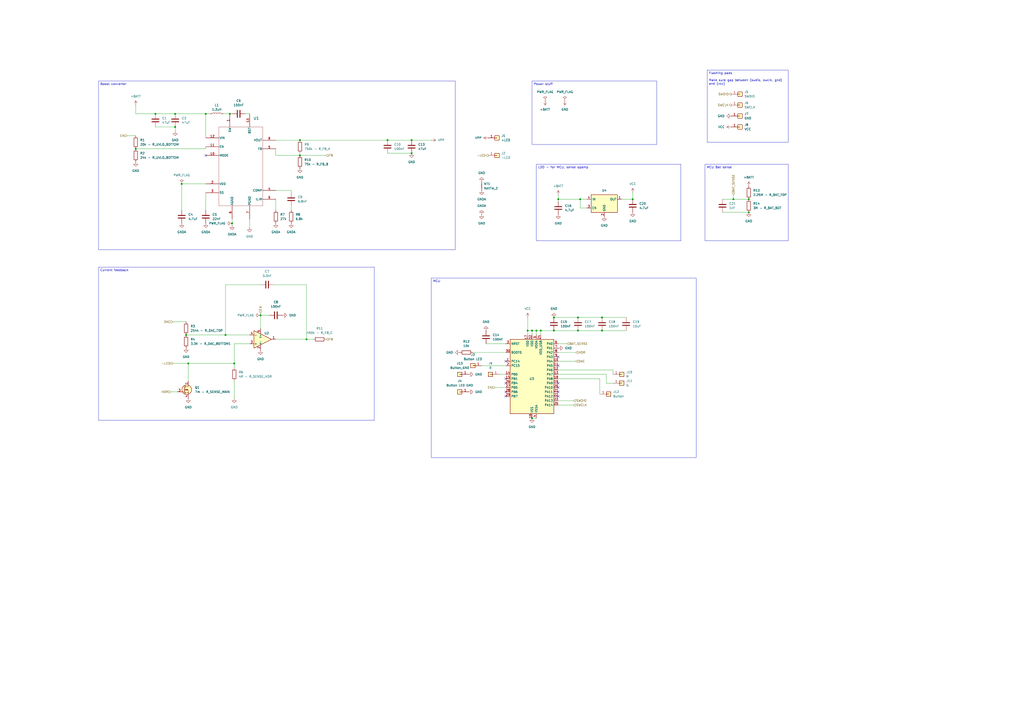
<source format=kicad_sch>
(kicad_sch (version 20231120) (generator "eeschema") (generator_version "8.0")
  (paper "A2")
  (title_block (title "Flashlight Driver") (date "2024-04-21") (company "Ben Simms"))
  (lib_symbols
    (symbol "Connector_Generic:Conn_01x01" (pin_names (offset 1.016) hide)
      (property "Reference" "J" (at 0 2.54 0))
      (property "Value" "Conn_01x01" (at 0 -2.54 0))
      (symbol "Conn_01x01_1_1"
        (rectangle (start -1.27 0.127) (end 0 -0.127) (stroke (width 0.1524)))
        (rectangle (start -1.27 1.27) (end 1.27 -1.27) (stroke (width 0.254)) (fill (type background)))
        (pin passive line (at -5.08 0 0) (length 3.81) (name "Pin_1") (number "1"))
      )
    )
    (symbol "Device:L" (pin_numbers hide) (pin_names (offset 1.016) hide)
      (property "Reference" "L" (at -1.27 0 90))
      (property "Value" "L" (at 1.905 0 90))
      (symbol "L_0_1"
        (arc (start 0 -2.54) (mid 0.6323 -1.905) (end 0 -1.27))
        (arc (start 0 -1.27) (mid 0.6323 -0.635) (end 0 0))
        (arc (start 0 0) (mid 0.6323 0.635) (end 0 1.27))
        (arc (start 0 1.27) (mid 0.6323 1.905) (end 0 2.54))
      )
      (symbol "L_1_1"
        (pin passive line (at 0 3.81 270) (length 1.27) (name "1") (number "1"))
        (pin passive line (at 0 -3.81 90) (length 1.27) (name "2") (number "2"))
      )
    )
    (symbol "Device:NetTie_2" (pin_numbers hide) (pin_names (offset 0) hide) (in_bom no)
      (property "Reference" "NT" (at 0 1.27 0))
      (property "Value" "NetTie_2" (at 0 -1.27 0))
      (symbol "NetTie_2_0_1"
        (polyline (pts (xy -1.27 0) (xy 1.27 0)) (stroke (width 0.254)))
      )
      (symbol "NetTie_2_1_1"
        (pin passive line (at -2.54 0 0) (length 2.54) (name "1") (number "1"))
        (pin passive line (at 2.54 0 180) (length 2.54) (name "2") (number "2"))
      )
    )
    (symbol "MCU_ST_STM32L0:STM32L072KBUx"
      (property "Reference" "U" (at -12.7 24.13 0))
      (property "Value" "STM32L072KBUx" (at 7.62 24.13 0))
      (symbol "STM32L072KBUx_0_1"
        (rectangle (start -12.7 -20.32) (end 12.7 22.86) (stroke (width 0.254)) (fill (type background)))
      )
      (symbol "STM32L072KBUx_1_1"
        (pin bidirectional line (at -15.24 10.16 0) (length 2.54) (name "PC14") (number "1"))
        (pin bidirectional line (at 15.24 10.16 180) (length 2.54) (name "PA4") (number "10"))
        (pin bidirectional line (at 15.24 7.62 180) (length 2.54) (name "PA5") (number "11"))
        (pin bidirectional line (at 15.24 5.08 180) (length 2.54) (name "PA6") (number "12"))
        (pin bidirectional line (at 15.24 2.54 180) (length 2.54) (name "PA7") (number "13"))
        (pin bidirectional line (at -15.24 2.54 0) (length 2.54) (name "PB0") (number "14"))
        (pin bidirectional line (at -15.24 0 0) (length 2.54) (name "PB1") (number "15"))
        (pin power_in line (at 0 -22.86 90) (length 2.54) (name "VSS") (number "16"))
        (pin power_in line (at -2.54 25.4 270) (length 2.54) (name "VDD") (number "17"))
        (pin bidirectional line (at 15.24 0 180) (length 2.54) (name "PA8") (number "18"))
        (pin bidirectional line (at 15.24 -2.54 180) (length 2.54) (name "PA9") (number "19"))
        (pin bidirectional line (at -15.24 7.62 0) (length 2.54) (name "PC15") (number "2"))
        (pin bidirectional line (at 15.24 -5.08 180) (length 2.54) (name "PA10") (number "20"))
        (pin bidirectional line (at 15.24 -7.62 180) (length 2.54) (name "PA11") (number "21"))
        (pin bidirectional line (at 15.24 -10.16 180) (length 2.54) (name "PA12") (number "22"))
        (pin bidirectional line (at 15.24 -12.7 180) (length 2.54) (name "PA13") (number "23"))
        (pin power_in line (at 5.08 25.4 270) (length 2.54) (name "VDD_USB") (number "24"))
        (pin bidirectional line (at 15.24 -15.24 180) (length 2.54) (name "PA14") (number "25"))
        (pin bidirectional line (at -15.24 -2.54 0) (length 2.54) (name "PB4") (number "26"))
        (pin bidirectional line (at -15.24 -5.08 0) (length 2.54) (name "PB5") (number "27"))
        (pin bidirectional line (at -15.24 -7.62 0) (length 2.54) (name "PB6") (number "28"))
        (pin bidirectional line (at -15.24 -10.16 0) (length 2.54) (name "PB7") (number "29"))
        (pin input line (at -15.24 20.32 0) (length 2.54) (name "NRST") (number "3"))
        (pin input line (at -15.24 15.24 0) (length 2.54) (name "BOOT0") (number "30"))
        (pin passive line (at 0 -22.86 90) (length 2.54) hide (name "VSS") (number "31"))
        (pin power_in line (at 0 25.4 270) (length 2.54) (name "VDD") (number "32"))
        (pin passive line (at 0 -22.86 90) (length 2.54) hide (name "VSS") (number "33"))
        (pin power_in line (at 2.54 -22.86 90) (length 2.54) (name "VSSA") (number "4"))
        (pin power_in line (at 2.54 25.4 270) (length 2.54) (name "VDDA") (number "5"))
        (pin bidirectional line (at 15.24 20.32 180) (length 2.54) (name "PA0") (number "6"))
        (pin bidirectional line (at 15.24 17.78 180) (length 2.54) (name "PA1") (number "7"))
        (pin bidirectional line (at 15.24 15.24 180) (length 2.54) (name "PA2") (number "8"))
        (pin bidirectional line (at 15.24 12.7 180) (length 2.54) (name "PA3") (number "9"))
      )
    )
    (symbol "MP3431:MP3431GL-P" (pin_names (offset 0.254))
      (property "Reference" "U" (at 20.574 -18.288 0))
      (property "Value" "MP3431GL-P" (at 20.574 -20.828 0))
      (symbol "MP3431GL-P_0_1"
        (polyline (pts (xy 7.62 -40.64) (xy 33.02 -40.64)) (stroke (width 0.127)))
        (polyline (pts (xy 7.62 5.08) (xy 7.62 -40.64)) (stroke (width 0.127)))
        (polyline (pts (xy 33.02 -40.64) (xy 33.02 5.08)) (stroke (width 0.127)))
        (polyline (pts (xy 33.02 5.08) (xy 7.62 5.08)) (stroke (width 0.127)))
        (pin power_in line (at 0 -1.27 0) (length 7.62) (name "VIN") (number "12"))
        (pin power_in line (at 0 -27.94 0) (length 7.62) (name "VDD") (number "2"))
        (pin output line (at 40.64 -31.75 180) (length 7.62) (name "COMP") (number "4"))
        (pin input line (at 40.64 -7.62 180) (length 7.62) (name "FB") (number "5"))
      )
      (symbol "MP3431GL-P_1_1"
        (pin passive line (at 13.97 12.7 270) (length 7.62) (name "SW") (number "1"))
        (pin input line (at 0 -11.43 0) (length 7.62) (name "MODE") (number "10"))
        (pin input line (at 0 -6.35 0) (length 7.62) (name "EN") (number "11"))
        (pin passive line (at 25.4 12.7 270) (length 7.62) (name "BST") (number "13"))
        (pin passive line (at 0 -33.02 0) (length 7.62) (name "SS") (number "3"))
        (pin power_in line (at 15.24 -48.26 90) (length 7.62) (name "AGND") (number "6"))
        (pin power_in line (at 25.4 -48.26 90) (length 7.62) (name "PGND") (number "7"))
        (pin power_out line (at 40.64 -2.54 180) (length 7.62) (name "VOUT") (number "8"))
        (pin passive line (at 40.64 -36.83 180) (length 7.62) (name "ILIM") (number "9"))
      )
    )
    (symbol "PCM_Amplifier_Operational_AKL:OPA333AIDBV" (pin_names (offset 0.2))
      (property "Reference" "U" (at 0 7.62 0))
      (property "Value" "OPA333AIDBV" (at 0 5.08 0))
      (symbol "OPA333AIDBV_0_1"
        (polyline (pts (xy -5.08 5.08) (xy -5.08 -5.08) (xy 5.08 0) (xy -5.08 5.08)) (stroke (width 0.254)) (fill (type background)))
      )
      (symbol "OPA333AIDBV_1_1"
        (pin output line (at 7.62 0 180) (length 2.54) (name "~") (number "1"))
        (pin power_in line (at -1.27 -6.35 90) (length 3.18) (name "V-") (number "2"))
        (pin input line (at -7.62 -2.54 0) (length 2.54) (name "+") (number "3"))
        (pin input line (at -7.62 2.54 0) (length 2.54) (name "-") (number "4"))
        (pin power_in line (at -1.27 6.35 270) (length 3.18) (name "V+") (number "5"))
      )
    )
    (symbol "PCM_Capacitor_AKL:C_0402" (pin_numbers hide) (pin_names (offset 0.254))
      (property "Reference" "C" (at 0.635 2.54 0))
      (property "Value" "C_0402" (at 0.635 -2.54 0))
      (symbol "C_0402_0_1"
        (polyline (pts (xy -2.032 -0.762) (xy 2.032 -0.762)) (stroke (width 0.508)))
        (polyline (pts (xy -2.032 0.762) (xy 2.032 0.762)) (stroke (width 0.508)))
      )
      (symbol "C_0402_1_1"
        (pin passive line (at 0 3.81 270) (length 2.794) (name "~") (number "1"))
        (pin passive line (at 0 -3.81 90) (length 2.794) (name "~") (number "2"))
      )
    )
    (symbol "PCM_Capacitor_AKL:C_0603" (pin_numbers hide) (pin_names (offset 0.254))
      (property "Reference" "C" (at 0.635 2.54 0))
      (property "Value" "C_0603" (at 0.635 -2.54 0))
      (symbol "C_0603_0_1"
        (polyline (pts (xy -2.032 -0.762) (xy 2.032 -0.762)) (stroke (width 0.508)))
        (polyline (pts (xy -2.032 0.762) (xy 2.032 0.762)) (stroke (width 0.508)))
      )
      (symbol "C_0603_1_1"
        (pin passive line (at 0 3.81 270) (length 2.794) (name "~") (number "1"))
        (pin passive line (at 0 -3.81 90) (length 2.794) (name "~") (number "2"))
      )
    )
    (symbol "PCM_Capacitor_AKL:C_0805" (pin_numbers hide) (pin_names (offset 0.254))
      (property "Reference" "C" (at 0.635 2.54 0))
      (property "Value" "C_0805" (at 0.635 -2.54 0))
      (symbol "C_0805_0_1"
        (polyline (pts (xy -2.032 -0.762) (xy 2.032 -0.762)) (stroke (width 0.508)))
        (polyline (pts (xy -2.032 0.762) (xy 2.032 0.762)) (stroke (width 0.508)))
      )
      (symbol "C_0805_1_1"
        (pin passive line (at 0 3.81 270) (length 2.794) (name "~") (number "1"))
        (pin passive line (at 0 -3.81 90) (length 2.794) (name "~") (number "2"))
      )
    )
    (symbol "PCM_Resistor_AKL:R_0402" (pin_numbers hide) (pin_names (offset 0))
      (property "Reference" "R" (at 2.54 1.27 0))
      (property "Value" "R_0402" (at 2.54 -1.27 0))
      (symbol "R_0402_0_1"
        (rectangle (start -1.016 -2.54) (end 1.016 2.54) (stroke (width 0.254)))
      )
      (symbol "R_0402_1_1"
        (pin passive line (at 0 3.81 270) (length 1.27) (name "~") (number "1"))
        (pin passive line (at 0 -3.81 90) (length 1.27) (name "~") (number "2"))
      )
    )
    (symbol "PCM_Transistor_MOSFET_AKL:DMN1019UFDE" (pin_names hide)
      (property "Reference" "Q" (at 5.08 1.27 0))
      (property "Value" "DMN1019UFDE" (at 5.08 -1.27 0))
      (symbol "DMN1019UFDE_0_1"
        (polyline (pts (xy 0.254 -1.27) (xy -2.54 -1.27)))
        (polyline (pts (xy 0.254 1.905) (xy 0.254 -1.905)) (stroke (width 0.254)))
        (polyline (pts (xy 0.762 -1.778) (xy 2.54 -1.778)))
        (polyline (pts (xy 0.762 -1.27) (xy 0.762 -2.286)) (stroke (width 0.254)))
        (polyline (pts (xy 0.762 0.508) (xy 0.762 -0.508)) (stroke (width 0.254)))
        (polyline (pts (xy 0.762 2.286) (xy 0.762 1.27)) (stroke (width 0.254)))
        (polyline (pts (xy 2.54 1.778) (xy 0.762 1.778)))
        (polyline (pts (xy 2.54 2.54) (xy 2.54 1.778)))
        (polyline (pts (xy 2.54 -2.54) (xy 2.54 0) (xy 0.762 0)))
        (polyline (pts (xy 1.016 0) (xy 2.032 0.381) (xy 2.032 -0.381) (xy 1.016 0)) (fill (type outline)))
        (circle (center 1.651 0) (radius 2.794) (stroke (width 0.254)) (fill (type background)))
        (circle (center 2.54 -1.778) (radius 0.1778) (fill (type outline)))
      )
      (symbol "DMN1019UFDE_1_1"
        (pin passive line (at 2.54 5.08 270) (length 2.54) (name "D") (number "1"))
        (pin no_connect line (at 2.54 0 180) (length 2.54) hide (name "NC") (number "2"))
        (pin input line (at -3.81 -1.27 0) (length 2.54) (name "G") (number "3"))
        (pin passive line (at 2.54 -5.08 90) (length 2.54) (name "S") (number "4"))
      )
    )
    (symbol "Regulator_Linear:NCP115AMX250TCG"
      (property "Reference" "U" (at 2.54 10.16 0))
      (property "Value" "NCP115AMX250TCG" (at 10.16 7.62 0))
      (symbol "NCP115AMX250TCG_0_1"
        (rectangle (start -7.62 5.08) (end 7.62 -5.08) (stroke (width 0.254)) (fill (type background)))
      )
      (symbol "NCP115AMX250TCG_1_1"
        (pin power_out line (at 10.16 2.54 180) (length 2.54) (name "OUT") (number "1"))
        (pin power_in line (at 0 -7.62 90) (length 2.54) (name "GND") (number "2"))
        (pin input line (at -10.16 -2.54 0) (length 2.54) (name "EN") (number "3"))
        (pin power_in line (at -10.16 2.54 0) (length 2.54) (name "IN") (number "4"))
        (pin passive line (at 0 -7.62 90) (length 2.54) hide (name "GND") (number "5"))
      )
    )
    (symbol "power:+BATT" (power) (pin_numbers hide) (pin_names (offset 0) hide)
      (property "Value" "+BATT" (at 0 3.556 0))
      (symbol "+BATT_0_1"
        (polyline (pts (xy -0.762 1.27) (xy 0 2.54)))
        (polyline (pts (xy 0 0) (xy 0 2.54)))
        (polyline (pts (xy 0 2.54) (xy 0.762 1.27)))
      )
      (symbol "+BATT_1_1"
        (pin power_in line (at 0 0 90) (length 0) (name "~") (number "1"))
      )
    )
    (symbol "power:GND" (power) (pin_numbers hide) (pin_names (offset 0) hide)
      (property "Value" "GND" (at 0 -3.81 0))
      (symbol "GND_0_1"
        (polyline (pts (xy 0 0) (xy 0 -1.27) (xy 1.27 -1.27) (xy 0 -2.54) (xy -1.27 -1.27) (xy 0 -1.27)))
      )
      (symbol "GND_1_1"
        (pin power_in line (at 0 0 270) (length 0) (name "~") (number "1"))
      )
    )
    (symbol "power:GNDA" (power) (pin_numbers hide) (pin_names (offset 0) hide)
      (property "Value" "GNDA" (at 0 -3.81 0))
      (symbol "GNDA_0_1"
        (polyline (pts (xy 0 0) (xy 0 -1.27) (xy 1.27 -1.27) (xy 0 -2.54) (xy -1.27 -1.27) (xy 0 -1.27)))
      )
      (symbol "GNDA_1_1"
        (pin power_in line (at 0 0 270) (length 0) (name "~") (number "1"))
      )
    )
    (symbol "power:PWR_FLAG" (power) (pin_numbers hide) (pin_names (offset 0) hide)
      (property "Value" "PWR_FLAG" (at 0 3.81 0))
      (symbol "PWR_FLAG_0_0"
        (pin power_out line (at 0 0 90) (length 0) (name "~") (number "1"))
      )
      (symbol "PWR_FLAG_0_1"
        (polyline (pts (xy 0 0) (xy 0 1.27) (xy -1.016 1.905) (xy 0 2.54) (xy 1.016 1.905) (xy 0 1.27)))
      )
    )
    (symbol "power:VCC" (power) (pin_numbers hide) (pin_names (offset 0) hide)
      (property "Value" "VCC" (at 0 3.556 0))
      (symbol "VCC_0_1"
        (polyline (pts (xy -0.762 1.27) (xy 0 2.54)))
        (polyline (pts (xy 0 0) (xy 0 2.54)))
        (polyline (pts (xy 0 2.54) (xy 0.762 1.27)))
      )
      (symbol "VCC_1_1"
        (pin power_in line (at 0 0 90) (length 0) (name "~") (number "1"))
      )
    )
    (symbol "power:VPP" (power) (pin_numbers hide) (pin_names (offset 0) hide)
      (property "Value" "VPP" (at 0 3.556 0))
      (symbol "VPP_0_1"
        (polyline (pts (xy -0.762 1.27) (xy 0 2.54)))
        (polyline (pts (xy 0 0) (xy 0 2.54)))
        (polyline (pts (xy 0 2.54) (xy 0.762 1.27)))
      )
      (symbol "VPP_1_1"
        (pin power_in line (at 0 0 90) (length 0) (name "~") (number "1"))
      )
    )
  )
  (junction (at 105.41 106.68))
  (junction (at 367.03 115.57))
  (junction (at 311.15 191.77))
  (junction (at 306.07 191.77))
  (junction (at 238.76 81.28))
  (junction (at 101.6 66.04))
  (junction (at 349.25 184.15))
  (junction (at 321.31 191.77))
  (junction (at 323.85 115.57))
  (junction (at 308.61 242.57))
  (junction (at 336.55 115.57))
  (junction (at 101.6 73.66))
  (junction (at 434.34 123.19))
  (junction (at 349.25 191.77))
  (junction (at 224.79 81.28))
  (junction (at 133.35 66.04))
  (junction (at 321.31 184.15))
  (junction (at 313.69 191.77))
  (junction (at 107.95 194.31))
  (junction (at 308.61 191.77))
  (junction (at 109.22 210.82))
  (junction (at 425.45 115.57))
  (junction (at 335.28 184.15))
  (junction (at 119.38 66.04))
  (junction (at 78.74 86.36))
  (junction (at 335.28 191.77))
  (junction (at 134.62 129.54))
  (junction (at 434.34 115.57))
  (junction (at 130.81 194.31))
  (junction (at 173.99 81.28))
  (junction (at 177.8 196.85))
  (junction (at 135.89 210.82))
  (junction (at 151.13 182.88))
  (junction (at 173.99 90.17))
  (junction (at 238.76 88.9))
  (junction (at 90.17 66.04))
  (no_connect (at 323.85 212.09))
  (no_connect (at 293.37 229.87))
  (no_connect (at 323.85 227.33))
  (no_connect (at 293.37 222.25))
  (no_connect (at 293.37 219.71))
  (no_connect (at 119.38 90.17))
  (no_connect (at 293.37 209.55))
  (no_connect (at 323.85 222.25))
  (no_connect (at 323.85 207.01))
  (no_connect (at 323.85 229.87))
  (no_connect (at 323.85 224.79))
  (no_connect (at 293.37 227.33))
  (wire (pts (xy 142.24 66.04) (xy 144.78 66.04)))
  (wire (pts (xy 224.79 81.28) (xy 238.76 81.28)))
  (wire (pts (xy 274.32 204.47) (xy 293.37 204.47)))
  (wire (pts (xy 109.22 210.82) (xy 109.22 220.98)))
  (wire (pts (xy 323.85 113.03) (xy 323.85 115.57)))
  (wire (pts (xy 323.85 219.71) (xy 347.98 219.71)))
  (wire (pts (xy 419.1 123.19) (xy 434.34 123.19)))
  (wire (pts (xy 101.6 66.04) (xy 119.38 66.04)))
  (wire (pts (xy 355.6 214.63) (xy 355.6 217.17)))
  (wire (pts (xy 335.28 191.77) (xy 349.25 191.77)))
  (wire (pts (xy 287.02 224.79) (xy 293.37 224.79)))
  (wire (pts (xy 177.8 196.85) (xy 181.61 196.85)))
  (wire (pts (xy 134.62 129.54) (xy 134.62 130.81)))
  (wire (pts (xy 177.8 165.1) (xy 177.8 196.85)))
  (wire (pts (xy 173.99 81.28) (xy 224.79 81.28)))
  (wire (pts (xy 151.13 182.88) (xy 151.13 190.5)))
  (wire (pts (xy 323.85 199.39) (xy 328.93 199.39)))
  (wire (pts (xy 313.69 194.31) (xy 313.69 191.77)))
  (wire (pts (xy 323.85 204.47) (xy 334.01 204.47)))
  (wire (pts (xy 129.54 66.04) (xy 133.35 66.04)))
  (wire (pts (xy 321.31 184.15) (xy 335.28 184.15)))
  (wire (pts (xy 279.4 212.09) (xy 293.37 212.09)))
  (wire (pts (xy 134.62 127) (xy 134.62 129.54)))
  (wire (pts (xy 308.61 191.77) (xy 306.07 191.77)))
  (wire (pts (xy 119.38 111.76) (xy 119.38 121.92)))
  (wire (pts (xy 144.78 127) (xy 144.78 132.08)))
  (wire (pts (xy 360.68 115.57) (xy 367.03 115.57)))
  (wire (pts (xy 351.79 222.25) (xy 351.79 217.17)))
  (wire (pts (xy 313.69 191.77) (xy 311.15 191.77)))
  (wire (pts (xy 321.31 191.77) (xy 335.28 191.77)))
  (wire (pts (xy 160.02 110.49) (xy 168.91 110.49)))
  (wire (pts (xy 177.8 196.85) (xy 160.02 196.85)))
  (wire (pts (xy 173.99 90.17) (xy 173.99 88.9)))
  (wire (pts (xy 101.6 73.66) (xy 101.6 76.2)))
  (wire (pts (xy 293.37 199.39) (xy 281.94 199.39)))
  (wire (pts (xy 160.02 81.28) (xy 173.99 81.28)))
  (wire (pts (xy 323.85 214.63) (xy 355.6 214.63)))
  (wire (pts (xy 340.36 120.65) (xy 336.55 120.65)))
  (wire (pts (xy 73.66 78.74) (xy 78.74 78.74)))
  (wire (pts (xy 323.85 209.55) (xy 334.01 209.55)))
  (wire (pts (xy 308.61 194.31) (xy 308.61 191.77)))
  (wire (pts (xy 135.89 231.14) (xy 135.89 220.98)))
  (wire (pts (xy 323.85 232.41) (xy 332.74 232.41)))
  (wire (pts (xy 78.74 66.04) (xy 90.17 66.04)))
  (wire (pts (xy 119.38 86.36) (xy 119.38 85.09)))
  (wire (pts (xy 99.06 227.33) (xy 102.87 227.33)))
  (wire (pts (xy 306.07 191.77) (xy 306.07 194.31)))
  (wire (pts (xy 144.78 199.39) (xy 135.89 199.39)))
  (wire (pts (xy 335.28 184.15) (xy 349.25 184.15)))
  (wire (pts (xy 289.56 217.17) (xy 293.37 217.17)))
  (wire (pts (xy 311.15 191.77) (xy 308.61 191.77)))
  (wire (pts (xy 419.1 115.57) (xy 425.45 115.57)))
  (wire (pts (xy 78.74 86.36) (xy 119.38 86.36)))
  (wire (pts (xy 323.85 234.95) (xy 332.74 234.95)))
  (wire (pts (xy 135.89 199.39) (xy 135.89 210.82)))
  (wire (pts (xy 135.89 210.82) (xy 135.89 213.36)))
  (wire (pts (xy 347.98 219.71) (xy 347.98 228.6)))
  (wire (pts (xy 238.76 81.28) (xy 250.19 81.28)))
  (wire (pts (xy 107.95 194.31) (xy 130.81 194.31)))
  (wire (pts (xy 349.25 184.15) (xy 363.22 184.15)))
  (wire (pts (xy 321.31 191.77) (xy 313.69 191.77)))
  (wire (pts (xy 119.38 66.04) (xy 119.38 80.01)))
  (wire (pts (xy 425.45 115.57) (xy 434.34 115.57)))
  (wire (pts (xy 151.13 181.61) (xy 151.13 182.88)))
  (wire (pts (xy 78.74 60.96) (xy 78.74 66.04)))
  (wire (pts (xy 119.38 106.68) (xy 105.41 106.68)))
  (wire (pts (xy 367.03 115.57) (xy 367.03 111.76)))
  (wire (pts (xy 160.02 86.36) (xy 160.02 90.17)))
  (wire (pts (xy 100.33 210.82) (xy 109.22 210.82)))
  (wire (pts (xy 323.85 115.57) (xy 323.85 116.84)))
  (wire (pts (xy 355.6 222.25) (xy 351.79 222.25)))
  (wire (pts (xy 336.55 120.65) (xy 336.55 115.57)))
  (wire (pts (xy 224.79 88.9) (xy 238.76 88.9)))
  (wire (pts (xy 160.02 115.57) (xy 160.02 121.92)))
  (wire (pts (xy 158.75 165.1) (xy 177.8 165.1)))
  (wire (pts (xy 173.99 90.17) (xy 189.23 90.17)))
  (wire (pts (xy 130.81 194.31) (xy 130.81 165.1)))
  (wire (pts (xy 311.15 194.31) (xy 311.15 191.77)))
  (wire (pts (xy 130.81 165.1) (xy 151.13 165.1)))
  (wire (pts (xy 168.91 119.38) (xy 168.91 121.92)))
  (wire (pts (xy 90.17 66.04) (xy 101.6 66.04)))
  (wire (pts (xy 151.13 182.88) (xy 156.21 182.88)))
  (wire (pts (xy 130.81 194.31) (xy 144.78 194.31)))
  (wire (pts (xy 425.45 113.03) (xy 425.45 115.57)))
  (wire (pts (xy 100.33 186.69) (xy 107.95 186.69)))
  (wire (pts (xy 323.85 217.17) (xy 351.79 217.17)))
  (wire (pts (xy 133.35 66.04) (xy 134.62 66.04)))
  (wire (pts (xy 336.55 115.57) (xy 323.85 115.57)))
  (wire (pts (xy 340.36 115.57) (xy 336.55 115.57)))
  (wire (pts (xy 90.17 73.66) (xy 101.6 73.66)))
  (wire (pts (xy 119.38 66.04) (xy 121.92 66.04)))
  (wire (pts (xy 160.02 90.17) (xy 173.99 90.17)))
  (wire (pts (xy 168.91 110.49) (xy 168.91 111.76)))
  (wire (pts (xy 105.41 106.68) (xy 105.41 121.92)))
  (wire (pts (xy 308.61 242.57) (xy 311.15 242.57)))
  (wire (pts (xy 349.25 191.77) (xy 363.22 191.77)))
  (wire (pts (xy 306.07 184.15) (xy 306.07 191.77)))
  (wire (pts (xy 109.22 210.82) (xy 135.89 210.82)))
  (text_box "Flashing pads\n\nMake sure gap between (swdio, swclk, gnd) and (vcc)" (at 410.21 40.64 0) (size 46.99 41.91) (effects (font (size 1.27 1.27)) (justify left top)))
  (text_box "LDO - for MCU, sense opamp" (at 311.15 95.25 0) (size 83.82 44.45) (effects (font (size 1.27 1.27)) (justify left top)))
  (text_box "Current feedback" (at 57.15 154.94 0) (size 160.02 88.9) (effects (font (size 1.27 1.27)) (justify left top)))
  (text_box "Power stuff\n" (at 308.61 46.99 0) (size 72.39 36.83) (effects (font (size 1.27 1.27)) (justify left top)))
  (text_box "MCU" (at 250.19 161.29 0) (size 153.67 104.14) (effects (font (size 1.27 1.27)) (justify left top)))
  (text_box "MCU Bat sense" (at 408.94 95.25 0) (size 48.26 44.45) (effects (font (size 1.27 1.27)) (justify left top)))
  (text_box "Boost converter" (at 57.15 46.99 0) (size 207.01 97.79) (effects (font (size 1.27 1.27)) (justify left top)))
  (hierarchical_label "SWDIO" (shape output) (at 424.18 54.61 180))
  (hierarchical_label "EN" (shape input) (at 151.13 181.61 90))
  (hierarchical_label "SWCLK" (shape input) (at 332.74 234.95 0))
  (hierarchical_label "DAC" (shape input) (at 334.01 209.55 0))
  (hierarchical_label "-LED" (shape input) (at 100.33 210.82 180))
  (hierarchical_label "EN" (shape input) (at 287.02 224.79 180))
  (hierarchical_label "HDR" (shape input) (at 99.06 227.33 180))
  (hierarchical_label "EN" (shape input) (at 73.66 78.74 180))
  (hierarchical_label "BAT_SENSE" (shape input) (at 425.45 113.03 90))
  (hierarchical_label "SWDIO" (shape input) (at 332.74 232.41 0))
  (hierarchical_label "-LED" (shape output) (at 283.21 90.17 180))
  (hierarchical_label "DAC" (shape input) (at 100.33 186.69 180))
  (hierarchical_label "HDR" (shape input) (at 334.01 204.47 0))
  (hierarchical_label "FB" (shape input) (at 189.23 90.17 0))
  (hierarchical_label "SWCLK" (shape output) (at 424.18 60.96 180))
  (hierarchical_label "FB" (shape input) (at 189.23 196.85 0))
  (hierarchical_label "BAT_SENSE" (shape input) (at 328.93 199.39 0))
  (symbol (lib_id "power:GNDA") (at 134.62 130.81 0) (unit 1)
    (property "Reference" "#PWR010" (effects (hide yes)))
    (property "Value" "GNDA" (at 134.62 135.89 0))
    (property "Description" "Power symbol creates a global label with name \"GNDA\" , analog ground" (effects (hide yes)))
  )
  (symbol (lib_id "PCM_Resistor_AKL:R_0402") (at 160.02 125.73 0) (unit 1)
    (property "Reference" "R7" (at 162.56 124.4599 0) (effects (justify left)))
    (property "Value" "27k" (at 162.56 126.9999 0) (effects (justify left)))
    (property "Footprint" "Resistor_SMD_AKL:R_0402_1005Metric" (effects (hide yes)))
    (property "Description" "SMD 0402 Chip Resistor, European Symbol, Alternate KiCad Library" (effects (hide yes)))
  )
  (symbol (lib_id "Connector_Generic:Conn_01x01") (at 429.26 73.66 0) (unit 1)
    (property "Reference" "J8" (at 431.8 72.3899 0) (effects (justify left)))
    (property "Value" "VCC" (at 431.8 74.9299 0) (effects (justify left)))
    (property "Footprint" "TestPoint:TestPoint_Pad_D0.7mm" (effects (hide yes)))
    (property "Description" "Generic connector, single row, 01x01, script generated (kicad-library-utils/schlib/autogen/connector/)" (effects (hide yes)))
  )
  (symbol (lib_id "power:GND") (at 367.03 123.19 0) (unit 1)
    (property "Reference" "#PWR032" (effects (hide yes)))
    (property "Value" "GND" (at 367.03 128.27 0))
    (property "Description" "Power symbol creates a global label with name \"GND\" , ground" (effects (hide yes)))
  )
  (symbol (lib_id "PCM_Capacitor_AKL:C_0603") (at 323.85 120.65 0) (unit 1)
    (property "Reference" "C16" (at 327.66 119.3799 0) (effects (justify left)))
    (property "Value" "4.7uF" (at 327.66 121.9199 0) (effects (justify left)))
    (property "Footprint" "Capacitor_SMD_AKL:C_0402_1005Metric" (effects (hide yes)))
    (property "Description" "SMD 0603 MLCC capacitor, Alternate KiCad Library" (effects (hide yes)))
  )
  (symbol (lib_id "Device:NetTie_2") (at 279.4 107.95 90) (unit 1) (in_bom no) (on_board no)
    (property "Reference" "NT1" (at 280.67 106.6799 90) (effects (justify right)))
    (property "Value" "NetTie_2" (at 280.67 109.2199 90) (effects (justify right)))
    (property "Description" "Net tie, 2 pins" (effects (hide yes)))
  )
  (symbol (lib_id "power:VCC") (at 367.03 111.76 0) (unit 1)
    (property "Reference" "#PWR031" (effects (hide yes)))
    (property "Value" "VCC" (at 367.03 106.68 0))
    (property "Description" "Power symbol creates a global label with name \"VCC\"" (effects (hide yes)))
  )
  (symbol (lib_id "PCM_Resistor_AKL:R_0402") (at 78.74 90.17 0) (unit 1)
    (property "Reference" "R2" (at 81.28 88.8999 0) (effects (justify left)))
    (property "Value" "24k - R_UVLO_BOTTOM" (at 81.28 91.4399 0) (effects (justify left)))
    (property "Footprint" "Resistor_SMD_AKL:R_0402_1005Metric" (effects (hide yes)))
    (property "Description" "SMD 0402 Chip Resistor, European Symbol, Alternate KiCad Library" (effects (hide yes)))
  )
  (symbol (lib_id "PCM_Capacitor_AKL:C_0402") (at 224.79 85.09 0) (unit 1)
    (property "Reference" "C10" (at 228.6 83.8199 0) (effects (justify left)))
    (property "Value" "100nF" (at 228.6 86.3599 0) (effects (justify left)))
    (property "Footprint" "Capacitor_SMD_AKL:C_0402_1005Metric" (effects (hide yes)))
    (property "Description" "SMD 0402 MLCC capacitor, Alternate KiCad Library" (effects (hide yes)))
  )
  (symbol (lib_id "MCU_ST_STM32L0:STM32L072KBUx") (at 308.61 219.71 0) (unit 1)
    (property "Reference" "U3" (at 307.086 219.71 0) (effects (justify left)))
    (property "Value" "STM32L072KBUx" (effects (hide yes)))
    (property "Footprint" "Package_DFN_QFN:QFN-32-1EP_5x5mm_P0.5mm_EP3.45x3.45mm" (effects (hide yes)))
    (property "Datasheet" "https://www.st.com/resource/en/datasheet/stm32l072kb.pdf" (effects (hide yes)))
    (property "Description" "STMicroelectronics Arm Cortex-M0+ MCU, 128KB flash, 20KB RAM, 32 MHz, 1.65-3.6V, 23 GPIO, UFQFPN32" (effects (hide yes)))
  )
  (symbol (lib_id "power:VCC") (at 424.18 73.66 90) (unit 1)
    (property "Reference" "#PWR034" (effects (hide yes)))
    (property "Value" "VCC" (at 420.37 73.6599 90) (effects (justify left)))
    (property "Description" "Power symbol creates a global label with name \"VCC\"" (effects (hide yes)))
  )
  (symbol (lib_id "Connector_Generic:Conn_01x01") (at 266.7 217.17 180) (unit 1)
    (property "Reference" "J13" (at 266.7 210.82 0))
    (property "Value" "Button_GND" (at 266.7 213.36 0))
    (property "Footprint" "TestPoint:TestPoint_Pad_D1.0mm" (effects (hide yes)))
    (property "Description" "Generic connector, single row, 01x01, script generated (kicad-library-utils/schlib/autogen/connector/)" (effects (hide yes)))
  )
  (symbol (lib_id "Connector_Generic:Conn_01x01") (at 353.06 228.6 0) (unit 1)
    (property "Reference" "J12" (at 355.6 227.3299 0) (effects (justify left)))
    (property "Value" "Button" (at 355.6 229.8699 0) (effects (justify left)))
    (property "Footprint" "TestPoint:TestPoint_Pad_D1.0mm" (effects (hide yes)))
    (property "Description" "Generic connector, single row, 01x01, script generated (kicad-library-utils/schlib/autogen/connector/)" (effects (hide yes)))
  )
  (symbol (lib_id "power:PWR_FLAG") (at 327.66 58.42 0) (unit 1)
    (property "Reference" "#FLG05" (effects (hide yes)))
    (property "Value" "PWR_FLAG" (at 327.66 53.34 0))
    (property "Description" "Special symbol for telling ERC where power comes from" (effects (hide yes)))
  )
  (symbol (lib_id "power:GND") (at 434.34 123.19 0) (unit 1)
    (property "Reference" "#PWR036" (effects (hide yes)))
    (property "Value" "GND" (at 434.34 128.27 0))
    (property "Description" "Power symbol creates a global label with name \"GND\" , ground" (effects (hide yes)))
  )
  (symbol (lib_id "power:GND") (at 281.94 191.77 180) (unit 1)
    (property "Reference" "#PWR019" (effects (hide yes)))
    (property "Value" "GND" (at 281.94 186.69 0))
    (property "Description" "Power symbol creates a global label with name \"GND\" , ground" (effects (hide yes)))
  )
  (symbol (lib_id "power:GND") (at 424.18 67.31 270) (unit 1)
    (property "Reference" "#PWR033" (effects (hide yes)))
    (property "Value" "GND" (at 420.37 67.3099 90) (effects (justify right)))
    (property "Description" "Power symbol creates a global label with name \"GND\" , ground" (effects (hide yes)))
  )
  (symbol (lib_id "power:GND") (at 135.89 231.14 0) (unit 1)
    (property "Reference" "#PWR09" (effects (hide yes)))
    (property "Value" "GND" (at 135.89 236.22 0))
    (property "Description" "Power symbol creates a global label with name \"GND\" , ground" (effects (hide yes)))
  )
  (symbol (lib_id "PCM_Capacitor_AKL:C_0603") (at 367.03 119.38 0) (unit 1)
    (property "Reference" "C20" (at 370.84 118.1099 0) (effects (justify left)))
    (property "Value" "4.7uF" (at 370.84 120.6499 0) (effects (justify left)))
    (property "Footprint" "Capacitor_SMD_AKL:C_0402_1005Metric" (effects (hide yes)))
    (property "Description" "SMD 0603 MLCC capacitor, Alternate KiCad Library" (effects (hide yes)))
  )
  (symbol (lib_id "PCM_Capacitor_AKL:C_0402") (at 281.94 195.58 180) (unit 1)
    (property "Reference" "C14" (at 285.75 194.3099 0) (effects (justify right)))
    (property "Value" "100nF" (at 285.75 196.8499 0) (effects (justify right)))
    (property "Footprint" "Capacitor_SMD_AKL:C_0402_1005Metric" (effects (hide yes)))
    (property "Description" "SMD 0402 MLCC capacitor, Alternate KiCad Library" (effects (hide yes)))
  )
  (symbol (lib_id "Connector_Generic:Conn_01x01") (at 266.7 227.33 180) (unit 1)
    (property "Reference" "J4" (at 266.7 220.98 0))
    (property "Value" "Button LED GND" (at 266.7 223.52 0))
    (property "Footprint" "TestPoint:TestPoint_Pad_D1.0mm" (effects (hide yes)))
    (property "Description" "Generic connector, single row, 01x01, script generated (kicad-library-utils/schlib/autogen/connector/)" (effects (hide yes)))
  )
  (symbol (lib_id "power:PWR_FLAG") (at 105.41 106.68 0) (unit 1)
    (property "Reference" "#FLG01" (effects (hide yes)))
    (property "Value" "PWR_FLAG" (at 105.41 101.6 0))
    (property "Description" "Special symbol for telling ERC where power comes from" (effects (hide yes)))
  )
  (symbol (lib_id "Connector_Generic:Conn_01x01") (at 288.29 80.01 0) (unit 1)
    (property "Reference" "J1" (at 290.83 78.7399 0) (effects (justify left)))
    (property "Value" "+LED" (at 290.83 81.2799 0) (effects (justify left)))
    (property "Footprint" "TestPoint:TestPoint_Pad_D2.0mm" (effects (hide yes)))
    (property "Description" "Generic connector, single row, 01x01, script generated (kicad-library-utils/schlib/autogen/connector/)" (effects (hide yes)))
  )
  (symbol (lib_id "PCM_Resistor_AKL:R_0402") (at 270.51 204.47 270) (unit 1)
    (property "Reference" "R12" (at 270.51 198.12 90))
    (property "Value" "10k" (at 270.51 200.66 90))
    (property "Footprint" "Resistor_SMD_AKL:R_0402_1005Metric" (effects (hide yes)))
    (property "Description" "SMD 0402 Chip Resistor, European Symbol, Alternate KiCad Library" (effects (hide yes)))
  )
  (symbol (lib_id "PCM_Capacitor_AKL:C_0402") (at 419.1 119.38 0) (unit 1)
    (property "Reference" "C21" (at 422.91 118.1099 0) (effects (justify left)))
    (property "Value" "1nF" (at 422.91 120.6499 0) (effects (justify left)))
    (property "Footprint" "Capacitor_SMD_AKL:C_0402_1005Metric" (effects (hide yes)))
    (property "Description" "SMD 0402 MLCC capacitor, Alternate KiCad Library" (effects (hide yes)))
  )
  (symbol (lib_id "Connector_Generic:Conn_01x01") (at 429.26 54.61 0) (unit 1)
    (property "Reference" "J5" (at 431.8 53.3399 0) (effects (justify left)))
    (property "Value" "SWDIO" (at 431.8 55.8799 0) (effects (justify left)))
    (property "Footprint" "TestPoint:TestPoint_Pad_D0.7mm" (effects (hide yes)))
    (property "Description" "Generic connector, single row, 01x01, script generated (kicad-library-utils/schlib/autogen/connector/)" (effects (hide yes)))
  )
  (symbol (lib_id "power:+BATT") (at 323.85 113.03 0) (unit 1)
    (property "Reference" "#PWR025" (effects (hide yes)))
    (property "Value" "+BATT" (at 323.85 107.95 0))
    (property "Description" "Power symbol creates a global label with name \"+BATT\"" (effects (hide yes)))
  )
  (symbol (lib_id "PCM_Transistor_MOSFET_AKL:DMN1019UFDE") (at 106.68 226.06 0) (unit 1)
    (property "Reference" "Q1" (at 113.03 224.7899 0) (effects (justify left)))
    (property "Value" "7m - R_SENSE_MAIN" (at 113.03 227.3299 0) (effects (justify left)))
    (property "Footprint" "Package_TO_SOT_SMD_AKL:Vishay_PowerPAK_SC70-6L_Single" (effects (hide yes)))
    (property "Datasheet" "https://www.tme.eu/Document/00e5c6e58441506de770077fffdea07e/DMN1019UFDE.pdf" (effects (hide yes)))
    (property "Description" "DFN 2x2 N-MOSFET enchancement mode transistor, 12V, 11A, 0.69W, Alternate KiCAD Library" (effects (hide yes)))
  )
  (symbol (lib_id "power:PWR_FLAG") (at 316.23 58.42 0) (unit 1)
    (property "Reference" "#FLG04" (effects (hide yes)))
    (property "Value" "PWR_FLAG" (at 316.23 53.34 0))
    (property "Description" "Special symbol for telling ERC where power comes from" (effects (hide yes)))
  )
  (symbol (lib_id "power:GND") (at 78.74 93.98 0) (unit 1)
    (property "Reference" "#PWR02" (effects (hide yes)))
    (property "Value" "GND" (at 78.74 99.06 0))
    (property "Description" "Power symbol creates a global label with name \"GND\" , ground" (effects (hide yes)))
  )
  (symbol (lib_id "power:GNDA") (at 160.02 129.54 0) (unit 1)
    (property "Reference" "#PWR012" (effects (hide yes)))
    (property "Value" "GNDA" (at 160.02 134.62 0))
    (property "Description" "Power symbol creates a global label with name \"GNDA\" , analog ground" (effects (hide yes)))
  )
  (symbol (lib_id "power:VPP") (at 283.21 80.01 90) (unit 1)
    (property "Reference" "#PWR020" (effects (hide yes)))
    (property "Value" "VPP" (at 279.4 80.0099 90) (effects (justify left)))
    (property "Description" "Power symbol creates a global label with name \"VPP\"" (effects (hide yes)))
  )
  (symbol (lib_id "power:GND") (at 163.83 182.88 90) (unit 1)
    (property "Reference" "#PWR013" (effects (hide yes)))
    (property "Value" "GND" (at 167.64 182.8799 90) (effects (justify right)))
    (property "Description" "Power symbol creates a global label with name \"GND\" , ground" (effects (hide yes)))
  )
  (symbol (lib_id "Connector_Generic:Conn_01x01") (at 288.29 90.17 0) (unit 1)
    (property "Reference" "J2" (at 290.83 88.8999 0) (effects (justify left)))
    (property "Value" "-LED" (at 290.83 91.4399 0) (effects (justify left)))
    (property "Footprint" "TestPoint:TestPoint_Pad_D2.0mm" (effects (hide yes)))
    (property "Description" "Generic connector, single row, 01x01, script generated (kicad-library-utils/schlib/autogen/connector/)" (effects (hide yes)))
  )
  (symbol (lib_id "PCM_Resistor_AKL:R_0402") (at 107.95 198.12 0) (unit 1)
    (property "Reference" "R4" (at 110.49 196.8499 0) (effects (justify left)))
    (property "Value" "3.3K - R_DAC_BOTTOM1" (at 110.49 199.3899 0) (effects (justify left)))
    (property "Footprint" "Resistor_SMD_AKL:R_0402_1005Metric" (effects (hide yes)))
    (property "Description" "SMD 0402 Chip Resistor, European Symbol, Alternate KiCad Library" (effects (hide yes)))
  )
  (symbol (lib_id "power:GND") (at 308.61 242.57 0) (unit 1)
    (property "Reference" "#PWR022" (effects (hide yes)))
    (property "Value" "GND" (at 308.61 247.65 0))
    (property "Description" "Power symbol creates a global label with name \"GND\" , ground" (effects (hide yes)))
  )
  (symbol (lib_id "power:GNDA") (at 168.91 129.54 0) (unit 1)
    (property "Reference" "#PWR014" (effects (hide yes)))
    (property "Value" "GNDA" (at 168.91 134.62 0))
    (property "Description" "Power symbol creates a global label with name \"GNDA\" , analog ground" (effects (hide yes)))
  )
  (symbol (lib_id "power:GND") (at 107.95 201.93 0) (unit 1)
    (property "Reference" "#PWR05" (effects (hide yes)))
    (property "Value" "GND" (at 107.95 207.01 0))
    (property "Description" "Power symbol creates a global label with name \"GND\" , ground" (effects (hide yes)))
  )
  (symbol (lib_id "PCM_Resistor_AKL:R_0402") (at 78.74 82.55 0) (unit 1)
    (property "Reference" "R1" (at 81.28 81.2799 0) (effects (justify left)))
    (property "Value" "20k - R_UVLO_BOTTOM" (at 81.28 83.8199 0) (effects (justify left)))
    (property "Footprint" "Resistor_SMD_AKL:R_0402_1005Metric" (effects (hide yes)))
    (property "Description" "SMD 0402 Chip Resistor, European Symbol, Alternate KiCad Library" (effects (hide yes)))
  )
  (symbol (lib_id "Connector_Generic:Conn_01x01") (at 360.68 222.25 0) (unit 1)
    (property "Reference" "J11" (at 363.22 220.9799 0) (effects (justify left)))
    (property "Value" "G" (at 363.22 223.5199 0) (effects (justify left)))
    (property "Footprint" "TestPoint:TestPoint_Pad_D1.0mm" (effects (hide yes)))
    (property "Description" "Generic connector, single row, 01x01, script generated (kicad-library-utils/schlib/autogen/connector/)" (effects (hide yes)))
  )
  (symbol (lib_id "PCM_Resistor_AKL:R_0402") (at 173.99 93.98 0) (unit 1)
    (property "Reference" "R10" (at 176.53 92.7099 0) (effects (justify left)))
    (property "Value" "75k - R_FB_B" (at 176.53 95.2499 0) (effects (justify left)))
    (property "Footprint" "Resistor_SMD_AKL:R_0402_1005Metric" (effects (hide yes)))
    (property "Description" "SMD 0402 Chip Resistor, European Symbol, Alternate KiCad Library" (effects (hide yes)))
  )
  (symbol (lib_id "PCM_Capacitor_AKL:C_0402") (at 349.25 187.96 0) (unit 1)
    (property "Reference" "C18" (at 353.06 186.6899 0) (effects (justify left)))
    (property "Value" "100nF" (at 353.06 189.2299 0) (effects (justify left)))
    (property "Footprint" "Capacitor_SMD_AKL:C_0402_1005Metric" (effects (hide yes)))
    (property "Description" "SMD 0402 MLCC capacitor, Alternate KiCad Library" (effects (hide yes)))
  )
  (symbol (lib_id "Regulator_Linear:NCP115AMX250TCG") (at 350.52 118.11 0) (unit 1)
    (property "Reference" "U4" (at 350.52 110.49 0))
    (property "Value" "NCP114AMX250TCG" (effects (hide yes)))
    (property "Footprint" "PCM_Package_DFN_QFN_AKL:UDFN-4-1EP_1x1mm_P0.65mm_EP0.48x0.48mm" (effects (hide yes)))
    (property "Datasheet" "https://www.onsemi.com/pdf/datasheet/ncp114-d.pdf" (effects (hide yes)))
    (property "Description" "300mA Low-Dropout Linear Regulators, 2.5V output voltage, LDO with low noise and enable pin, XDFN-4" (effects (hide yes)))
  )
  (symbol (lib_id "power:VPP") (at 250.19 81.28 270) (unit 1)
    (property "Reference" "#PWR017" (effects (hide yes)))
    (property "Value" "VPP" (at 254 81.2799 90) (effects (justify left)))
    (property "Description" "Power symbol creates a global label with name \"VPP\"" (effects (hide yes)))
  )
  (symbol (lib_id "power:GNDA") (at 279.4 124.46 180) (unit 1)
    (property "Reference" "#PWR041" (effects (hide yes)))
    (property "Value" "GNDA" (at 279.4 119.38 0))
    (property "Description" "Power symbol creates a global label with name \"GNDA\" , analog ground" (effects (hide yes)))
  )
  (symbol (lib_id "Connector_Generic:Conn_01x01") (at 284.48 217.17 180) (unit 1)
    (property "Reference" "J9" (at 284.48 210.82 0))
    (property "Value" "B" (at 284.48 213.36 0))
    (property "Footprint" "TestPoint:TestPoint_Pad_D1.0mm" (effects (hide yes)))
    (property "Description" "Generic connector, single row, 01x01, script generated (kicad-library-utils/schlib/autogen/connector/)" (effects (hide yes)))
  )
  (symbol (lib_id "power:GND") (at 350.52 125.73 0) (unit 1)
    (property "Reference" "#PWR030" (effects (hide yes)))
    (property "Value" "GND" (at 350.52 130.81 0))
    (property "Description" "Power symbol creates a global label with name \"GND\" , ground" (effects (hide yes)))
  )
  (symbol (lib_id "PCM_Capacitor_AKL:C_0402") (at 154.94 165.1 90) (unit 1)
    (property "Reference" "C7" (at 154.94 157.48 90))
    (property "Value" "3.3nF" (at 154.94 160.02 90))
    (property "Footprint" "Capacitor_SMD_AKL:C_0402_1005Metric" (effects (hide yes)))
    (property "Description" "SMD 0402 MLCC capacitor, Alternate KiCad Library" (effects (hide yes)))
  )
  (symbol (lib_id "PCM_Resistor_AKL:R_0402") (at 434.34 119.38 0) (unit 1)
    (property "Reference" "R14" (at 436.88 118.1099 0) (effects (justify left)))
    (property "Value" "3M - R_BAT_BOT" (at 436.88 120.6499 0) (effects (justify left)))
    (property "Footprint" "Resistor_SMD_AKL:R_0402_1005Metric" (effects (hide yes)))
    (property "Description" "SMD 0402 Chip Resistor, European Symbol, Alternate KiCad Library" (effects (hide yes)))
  )
  (symbol (lib_id "PCM_Capacitor_AKL:C_0402") (at 321.31 187.96 0) (unit 1)
    (property "Reference" "C15" (at 325.12 186.6899 0) (effects (justify left)))
    (property "Value" "100nF" (at 325.12 189.2299 0) (effects (justify left)))
    (property "Footprint" "Capacitor_SMD_AKL:C_0402_1005Metric" (effects (hide yes)))
    (property "Description" "SMD 0402 MLCC capacitor, Alternate KiCad Library" (effects (hide yes)))
  )
  (symbol (lib_id "power:GND") (at 266.7 204.47 270) (unit 1)
    (property "Reference" "#PWR018" (effects (hide yes)))
    (property "Value" "GND" (at 262.89 204.4699 90) (effects (justify right)))
    (property "Description" "Power symbol creates a global label with name \"GND\" , ground" (effects (hide yes)))
  )
  (symbol (lib_id "power:GND") (at 323.85 201.93 90) (unit 1)
    (property "Reference" "#PWR039" (effects (hide yes)))
    (property "Value" "GND" (at 327.66 201.9299 90) (effects (justify right)))
    (property "Description" "Power symbol creates a global label with name \"GND\" , ground" (effects (hide yes)))
  )
  (symbol (lib_id "Connector_Generic:Conn_01x01") (at 429.26 67.31 0) (unit 1)
    (property "Reference" "J7" (at 431.8 66.0399 0) (effects (justify left)))
    (property "Value" "GND" (at 431.8 68.5799 0) (effects (justify left)))
    (property "Footprint" "TestPoint:TestPoint_Pad_D0.7mm" (effects (hide yes)))
    (property "Description" "Generic connector, single row, 01x01, script generated (kicad-library-utils/schlib/autogen/connector/)" (effects (hide yes)))
  )
  (symbol (lib_id "PCM_Capacitor_AKL:C_0402") (at 119.38 125.73 0) (unit 1)
    (property "Reference" "C5" (at 123.19 124.4599 0) (effects (justify left)))
    (property "Value" "22nF" (at 123.19 126.9999 0) (effects (justify left)))
    (property "Footprint" "Capacitor_SMD_AKL:C_0402_1005Metric" (effects (hide yes)))
    (property "Description" "SMD 0402 MLCC capacitor, Alternate KiCad Library" (effects (hide yes)))
  )
  (symbol (lib_id "power:VCC") (at 306.07 184.15 0) (unit 1)
    (property "Reference" "#PWR021" (effects (hide yes)))
    (property "Value" "VCC" (at 306.07 179.07 0))
    (property "Description" "Power symbol creates a global label with name \"VCC\"" (effects (hide yes)))
  )
  (symbol (lib_id "power:GND") (at 323.85 124.46 0) (unit 1)
    (property "Reference" "#PWR026" (effects (hide yes)))
    (property "Value" "GND" (at 323.85 129.54 0))
    (property "Description" "Power symbol creates a global label with name \"GND\" , ground" (effects (hide yes)))
  )
  (symbol (lib_id "PCM_Resistor_AKL:R_0402") (at 185.42 196.85 90) (unit 1)
    (property "Reference" "R11" (at 185.42 190.5 90))
    (property "Value" "450k - R_FB_C" (at 185.42 193.04 90))
    (property "Footprint" "Resistor_SMD_AKL:R_0402_1005Metric" (effects (hide yes)))
    (property "Description" "SMD 0402 Chip Resistor, European Symbol, Alternate KiCad Library" (effects (hide yes)))
  )
  (symbol (lib_id "PCM_Resistor_AKL:R_0402") (at 434.34 111.76 0) (unit 1)
    (property "Reference" "R13" (at 436.88 110.4899 0) (effects (justify left)))
    (property "Value" "2.25M - R_BAT_TOP" (at 436.88 113.0299 0) (effects (justify left)))
    (property "Footprint" "Resistor_SMD_AKL:R_0402_1005Metric" (effects (hide yes)))
    (property "Description" "SMD 0402 Chip Resistor, European Symbol, Alternate KiCad Library" (effects (hide yes)))
  )
  (symbol (lib_id "power:PWR_FLAG") (at 134.62 129.54 90) (unit 1)
    (property "Reference" "#FLG02" (effects (hide yes)))
    (property "Value" "PWR_FLAG" (at 130.81 129.5399 90) (effects (justify left)))
    (property "Description" "Special symbol for telling ERC where power comes from" (effects (hide yes)))
  )
  (symbol (lib_id "power:GNDA") (at 105.41 129.54 0) (unit 1)
    (property "Reference" "#PWR07" (effects (hide yes)))
    (property "Value" "GNDA" (at 105.41 134.62 0))
    (property "Description" "Power symbol creates a global label with name \"GNDA\" , analog ground" (effects (hide yes)))
  )
  (symbol (lib_id "power:GND") (at 151.13 203.2 0) (unit 1)
    (property "Reference" "#PWR011" (effects (hide yes)))
    (property "Value" "GND" (at 151.13 208.28 0))
    (property "Description" "Power symbol creates a global label with name \"GND\" , ground" (effects (hide yes)))
  )
  (symbol (lib_id "power:+BATT") (at 327.66 58.42 180) (unit 1)
    (property "Reference" "#PWR027" (effects (hide yes)))
    (property "Value" "GND" (at 327.66 63.5 0))
    (property "Description" "Power symbol creates a global label with name \"+BATT\"" (effects (hide yes)))
  )
  (symbol (lib_id "power:GND") (at 173.99 97.79 0) (unit 1)
    (property "Reference" "#PWR015" (effects (hide yes)))
    (property "Value" "GND" (at 173.99 102.87 0))
    (property "Description" "Power symbol creates a global label with name \"GND\" , ground" (effects (hide yes)))
  )
  (symbol (lib_id "Connector_Generic:Conn_01x01") (at 429.26 60.96 0) (unit 1)
    (property "Reference" "J6" (at 431.8 59.6899 0) (effects (justify left)))
    (property "Value" "SWCLK" (at 431.8 62.2299 0) (effects (justify left)))
    (property "Footprint" "TestPoint:TestPoint_Pad_D0.7mm" (effects (hide yes)))
    (property "Description" "Generic connector, single row, 01x01, script generated (kicad-library-utils/schlib/autogen/connector/)" (effects (hide yes)))
  )
  (symbol (lib_id "PCM_Capacitor_AKL:C_0402") (at 138.43 66.04 90) (unit 1)
    (property "Reference" "C6" (at 138.43 58.42 90))
    (property "Value" "100nF" (at 138.43 60.96 90))
    (property "Footprint" "Capacitor_SMD_AKL:C_0402_1005Metric" (effects (hide yes)))
    (property "Description" "SMD 0402 MLCC capacitor, Alternate KiCad Library" (effects (hide yes)))
  )
  (symbol (lib_id "power:GND") (at 279.4 124.46 0) (unit 1)
    (property "Reference" "#PWR040" (effects (hide yes)))
    (property "Value" "GND" (at 279.4 129.54 0))
    (property "Description" "Power symbol creates a global label with name \"GND\" , ground" (effects (hide yes)))
  )
  (symbol (lib_id "PCM_Resistor_AKL:R_0402") (at 168.91 125.73 0) (unit 1)
    (property "Reference" "R8" (at 171.45 124.4599 0) (effects (justify left)))
    (property "Value" "6.8k" (at 171.45 126.9999 0) (effects (justify left)))
    (property "Footprint" "Resistor_SMD_AKL:R_0402_1005Metric" (effects (hide yes)))
    (property "Description" "SMD 0402 Chip Resistor, European Symbol, Alternate KiCad Library" (effects (hide yes)))
  )
  (symbol (lib_id "PCM_Resistor_AKL:R_0402") (at 135.89 217.17 0) (unit 1)
    (property "Reference" "R6" (at 138.43 215.8999 0) (effects (justify left)))
    (property "Value" "4R - R_SENSE_HDR" (at 138.43 218.4399 0) (effects (justify left)))
    (property "Footprint" "Resistor_SMD_AKL:R_0805_2012Metric" (effects (hide yes)))
    (property "Description" "SMD 0402 Chip Resistor, European Symbol, Alternate KiCad Library" (effects (hide yes)))
  )
  (symbol (lib_id "Device:L") (at 125.73 66.04 90) (unit 1)
    (property "Reference" "L1" (at 125.73 60.96 90))
    (property "Value" "1.3uH" (at 125.73 63.5 90))
    (property "Footprint" "PCM_Inductor_SMD_Handsoldering_AKL:L_Coilcraft_XAL5030" (effects (hide yes)))
    (property "Description" "Inductor" (effects (hide yes)))
    (property "Part" "XGL5030-122MEC" (effects (hide yes)))
  )
  (symbol (lib_id "Connector_Generic:Conn_01x01") (at 360.68 217.17 0) (unit 1)
    (property "Reference" "J10" (at 363.22 215.8999 0) (effects (justify left)))
    (property "Value" "R" (at 363.22 218.4399 0) (effects (justify left)))
    (property "Footprint" "TestPoint:TestPoint_Pad_D1.0mm" (effects (hide yes)))
    (property "Description" "Generic connector, single row, 01x01, script generated (kicad-library-utils/schlib/autogen/connector/)" (effects (hide yes)))
  )
  (symbol (lib_id "PCM_Resistor_AKL:R_0402") (at 107.95 190.5 0) (unit 1)
    (property "Reference" "R3" (at 110.49 189.2299 0) (effects (justify left)))
    (property "Value" "254k - R_DAC_TOP" (at 110.49 191.7699 0) (effects (justify left)))
    (property "Footprint" "Resistor_SMD_AKL:R_0402_1005Metric" (effects (hide yes)))
    (property "Description" "SMD 0402 Chip Resistor, European Symbol, Alternate KiCad Library" (effects (hide yes)))
  )
  (symbol (lib_id "PCM_Capacitor_AKL:C_0402") (at 168.91 115.57 0) (unit 1)
    (property "Reference" "C9" (at 172.72 114.2999 0) (effects (justify left)))
    (property "Value" "6.8nF" (at 172.72 116.8399 0) (effects (justify left)))
    (property "Footprint" "Capacitor_SMD_AKL:C_0402_1005Metric" (effects (hide yes)))
    (property "Description" "SMD 0402 MLCC capacitor, Alternate KiCad Library" (effects (hide yes)))
  )
  (symbol (lib_id "power:GND") (at 109.22 231.14 0) (unit 1)
    (property "Reference" "#PWR06" (effects (hide yes)))
    (property "Value" "GND" (at 109.22 236.22 0))
    (property "Description" "Power symbol creates a global label with name \"GND\" , ground" (effects (hide yes)))
  )
  (symbol (lib_id "power:GND") (at 271.78 217.17 90) (unit 1)
    (property "Reference" "#PWR042" (effects (hide yes)))
    (property "Value" "GND" (at 275.59 217.1699 90) (effects (justify right)))
    (property "Description" "Power symbol creates a global label with name \"GND\" , ground" (effects (hide yes)))
  )
  (symbol (lib_id "PCM_Resistor_AKL:R_0402") (at 173.99 85.09 0) (unit 1)
    (property "Reference" "R9" (at 176.53 83.8199 0) (effects (justify left)))
    (property "Value" "750k - R_FB_A" (at 176.53 86.3599 0) (effects (justify left)))
    (property "Footprint" "Resistor_SMD_AKL:R_0402_1005Metric" (effects (hide yes)))
    (property "Description" "SMD 0402 Chip Resistor, European Symbol, Alternate KiCad Library" (effects (hide yes)))
  )
  (symbol (lib_id "PCM_Amplifier_Operational_AKL:OPA333AIDBV") (at 152.4 196.85 0) (unit 1)
    (property "Reference" "U2" (at 154.686 193.294 0))
    (property "Value" "OPA333AIDBV" (effects (hide yes)))
    (property "Footprint" "Package_TO_SOT_SMD_AKL:SOT-23-5" (effects (hide yes)))
    (property "Datasheet" "https://www.ti.com/lit/ds/symlink/opa2333.pdf?ts=1640675061999&ref_url=https%253A%252F%252Fwww.ti.com%252Fproduct%252FOPA2333" (effects (hide yes)))
    (property "Description" "SOT-23-5 Auto-Zero RRIO Micropower Operational Amplifier, 10μV Offset, 50nV/°C Drift, 350kHz GBW, Alternate KiCAD Library" (effects (hide yes)))
  )
  (symbol (lib_id "power:GND") (at 144.78 132.08 0) (unit 1)
    (property "Reference" "#PWR04" (effects (hide yes)))
    (property "Value" "GND" (at 144.78 137.16 0))
    (property "Description" "Power symbol creates a global label with name \"GND\" , ground" (effects (hide yes)))
  )
  (symbol (lib_id "power:GND") (at 271.78 227.33 90) (unit 1)
    (property "Reference" "#PWR028" (effects (hide yes)))
    (property "Value" "GND" (at 275.59 227.3299 90) (effects (justify right)))
    (property "Description" "Power symbol creates a global label with name \"GND\" , ground" (effects (hide yes)))
  )
  (symbol (lib_id "power:GND") (at 279.4 105.41 180) (unit 1) (on_board no)
    (property "Reference" "#PWR038" (effects (hide yes)))
    (property "Value" "GND" (at 279.4 100.33 0))
    (property "Description" "Power symbol creates a global label with name \"GND\" , ground" (effects (hide yes)))
  )
  (symbol (lib_id "power:GNDA") (at 279.4 110.49 0) (unit 1) (on_board no)
    (property "Reference" "#PWR016" (effects (hide yes)))
    (property "Value" "GNDA" (at 279.4 115.57 0))
    (property "Description" "Power symbol creates a global label with name \"GNDA\" , analog ground" (effects (hide yes)))
  )
  (symbol (lib_id "power:+BATT") (at 78.74 60.96 0) (unit 1)
    (property "Reference" "#PWR01" (effects (hide yes)))
    (property "Value" "+BATT" (at 78.74 55.88 0))
    (property "Description" "Power symbol creates a global label with name \"+BATT\"" (effects (hide yes)))
  )
  (symbol (lib_id "power:GND") (at 101.6 76.2 0) (unit 1)
    (property "Reference" "#PWR03" (effects (hide yes)))
    (property "Value" "GND" (at 101.6 81.28 0))
    (property "Description" "Power symbol creates a global label with name \"GND\" , ground" (effects (hide yes)))
  )
  (symbol (lib_id "power:+BATT") (at 434.34 107.95 0) (unit 1)
    (property "Reference" "#PWR035" (effects (hide yes)))
    (property "Value" "+BATT" (at 434.34 102.87 0))
    (property "Description" "Power symbol creates a global label with name \"+BATT\"" (effects (hide yes)))
  )
  (symbol (lib_id "power:GND") (at 321.31 184.15 180) (unit 1)
    (property "Reference" "#PWR024" (effects (hide yes)))
    (property "Value" "GND" (at 321.31 179.07 0))
    (property "Description" "Power symbol creates a global label with name \"GND\" , ground" (effects (hide yes)))
  )
  (symbol (lib_id "PCM_Capacitor_AKL:C_0402") (at 105.41 125.73 0) (unit 1)
    (property "Reference" "C4" (at 109.22 124.4599 0) (effects (justify left)))
    (property "Value" "4.7uF" (at 109.22 126.9999 0) (effects (justify left)))
    (property "Footprint" "Capacitor_SMD_AKL:C_0402_1005Metric" (effects (hide yes)))
    (property "Description" "SMD 0402 MLCC capacitor, Alternate KiCad Library" (effects (hide yes)))
  )
  (symbol (lib_id "PCM_Capacitor_AKL:C_0805") (at 90.17 69.85 0) (unit 1)
    (property "Reference" "C1" (at 93.98 68.5799 0) (effects (justify left)))
    (property "Value" "47uF" (at 93.98 71.1199 0) (effects (justify left)))
    (property "Footprint" "Capacitor_SMD_AKL:C_0805_2012Metric" (effects (hide yes)))
    (property "Description" "SMD 0805 MLCC capacitor, Alternate KiCad Library" (effects (hide yes)))
  )
  (symbol (lib_id "PCM_Capacitor_AKL:C_0805") (at 101.6 69.85 0) (unit 1)
    (property "Reference" "C3" (at 105.41 68.5799 0) (effects (justify left)))
    (property "Value" "47uF" (at 105.41 71.1199 0) (effects (justify left)))
    (property "Footprint" "Capacitor_SMD_AKL:C_0805_2012Metric" (effects (hide yes)))
    (property "Description" "SMD 0805 MLCC capacitor, Alternate KiCad Library" (effects (hide yes)))
  )
  (symbol (lib_id "PCM_Capacitor_AKL:C_0805") (at 238.76 85.09 0) (unit 1)
    (property "Reference" "C13" (at 242.57 83.8199 0) (effects (justify left)))
    (property "Value" "47uF" (at 242.57 86.3599 0) (effects (justify left)))
    (property "Footprint" "Capacitor_SMD_AKL:C_0805_2012Metric" (effects (hide yes)))
    (property "Description" "SMD 0805 MLCC capacitor, Alternate KiCad Library" (effects (hide yes)))
  )
  (symbol (lib_id "PCM_Capacitor_AKL:C_0402") (at 160.02 182.88 270) (unit 1)
    (property "Reference" "C8" (at 160.02 175.26 90))
    (property "Value" "100nF" (at 160.02 177.8 90))
    (property "Footprint" "Capacitor_SMD_AKL:C_0402_1005Metric" (effects (hide yes)))
    (property "Description" "SMD 0402 MLCC capacitor, Alternate KiCad Library" (effects (hide yes)))
  )
  (symbol (lib_id "power:GNDA") (at 119.38 129.54 0) (unit 1)
    (property "Reference" "#PWR08" (effects (hide yes)))
    (property "Value" "GNDA" (at 119.38 134.62 0))
    (property "Description" "Power symbol creates a global label with name \"GNDA\" , analog ground" (effects (hide yes)))
  )
  (symbol (lib_id "power:+BATT") (at 316.23 58.42 180) (unit 1)
    (property "Reference" "#PWR023" (effects (hide yes)))
    (property "Value" "+BATT" (at 316.23 63.5 0))
    (property "Description" "Power symbol creates a global label with name \"+BATT\"" (effects (hide yes)))
  )
  (symbol (lib_id "power:PWR_FLAG") (at 151.13 182.88 90) (unit 1)
    (property "Reference" "#FLG03" (effects (hide yes)))
    (property "Value" "PWR_FLAG" (at 147.32 182.8799 90) (effects (justify left)))
    (property "Description" "Special symbol for telling ERC where power comes from" (effects (hide yes)))
  )
  (symbol (lib_id "Connector_Generic:Conn_01x01") (at 274.32 212.09 180) (unit 1)
    (property "Reference" "J3" (at 274.32 205.74 0))
    (property "Value" "Button LED" (at 274.32 208.28 0))
    (property "Footprint" "TestPoint:TestPoint_Pad_D1.0mm" (effects (hide yes)))
    (property "Description" "Generic connector, single row, 01x01, script generated (kicad-library-utils/schlib/autogen/connector/)" (effects (hide yes)))
  )
  (symbol (lib_id "power:GND") (at 238.76 88.9 0) (unit 1)
    (property "Reference" "#PWR037" (effects (hide yes)))
    (property "Value" "GND" (at 238.76 93.98 0))
    (property "Description" "Power symbol creates a global label with name \"GND\" , ground" (effects (hide yes)))
  )
  (symbol (lib_id "PCM_Capacitor_AKL:C_0402") (at 335.28 187.96 0) (unit 1)
    (property "Reference" "C17" (at 339.09 186.6899 0) (effects (justify left)))
    (property "Value" "100nF" (at 339.09 189.2299 0) (effects (justify left)))
    (property "Footprint" "Capacitor_SMD_AKL:C_0402_1005Metric" (effects (hide yes)))
    (property "Description" "SMD 0402 MLCC capacitor, Alternate KiCad Library" (effects (hide yes)))
  )
  (symbol (lib_id "MP3431:MP3431GL-P") (at 119.38 78.74 0) (unit 1)
    (property "Reference" "U1" (at 146.9741 68.58 0) (effects (font (size 1.524 1.524)) (justify left)))
    (property "Value" "MP3431GL-P" (effects (hide yes)))
    (property "Footprint" "footprints:QFN-13_MP3431_MNP" (effects (hide yes)))
    (property "Datasheet" "MP3431GL-P" (effects (hide yes)))
  )
  (symbol (lib_id "PCM_Capacitor_AKL:C_0402") (at 363.22 187.96 0) (unit 1)
    (property "Reference" "C19" (at 367.03 186.6899 0) (effects (justify left)))
    (property "Value" "10uF" (at 367.03 189.2299 0) (effects (justify left)))
    (property "Footprint" "Capacitor_SMD_AKL:C_0402_1005Metric" (effects (hide yes)))
    (property "Description" "SMD 0402 MLCC capacitor, Alternate KiCad Library" (effects (hide yes)))
  )
)
</source>
